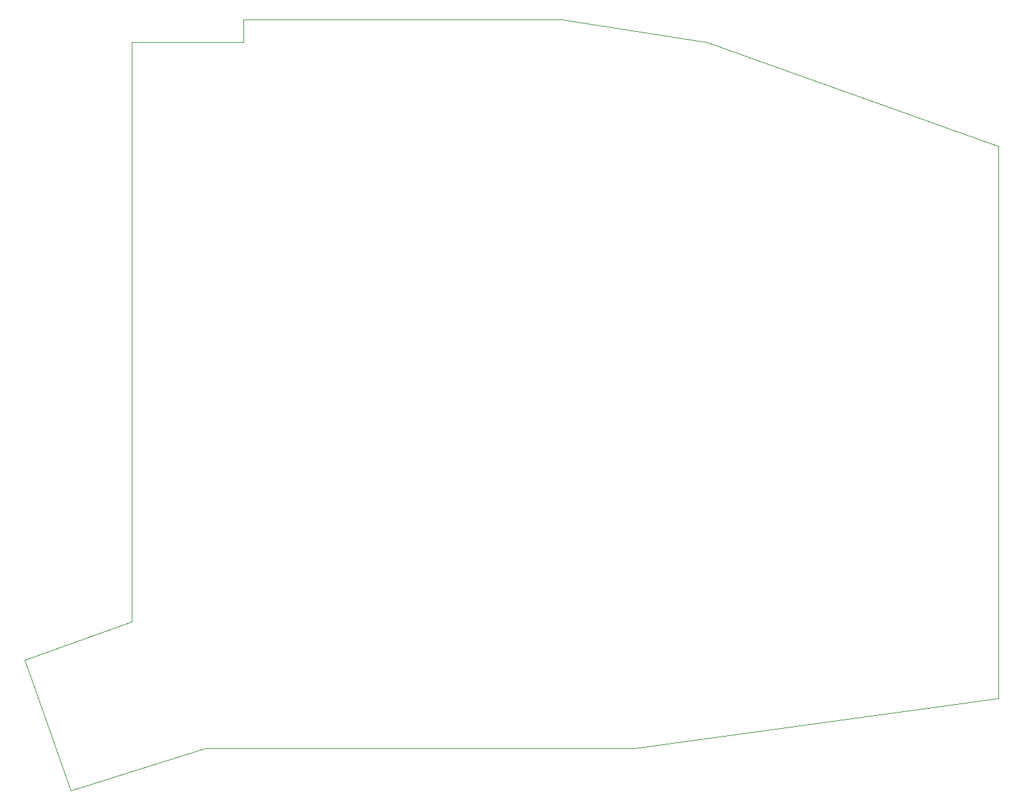
<source format=gbr>
%TF.GenerationSoftware,KiCad,Pcbnew,(6.0.10-0)*%
%TF.CreationDate,2023-01-25T23:07:09+08:00*%
%TF.ProjectId,V4,56342e6b-6963-4616-945f-706362585858,rev?*%
%TF.SameCoordinates,Original*%
%TF.FileFunction,Profile,NP*%
%FSLAX46Y46*%
G04 Gerber Fmt 4.6, Leading zero omitted, Abs format (unit mm)*
G04 Created by KiCad (PCBNEW (6.0.10-0)) date 2023-01-25 23:07:09*
%MOMM*%
%LPD*%
G01*
G04 APERTURE LIST*
%TA.AperFunction,Profile*%
%ADD10C,0.100000*%
%TD*%
G04 APERTURE END LIST*
D10*
X157500000Y-52000000D02*
X143000000Y-52000000D01*
X157500000Y-49000000D02*
X157500000Y-52000000D01*
X218000000Y-52000000D02*
X199000000Y-49000000D01*
X256000000Y-65500000D02*
X218000000Y-52000000D01*
X256000000Y-137500000D02*
X256000000Y-65500000D01*
X208500000Y-144000000D02*
X256000000Y-137500000D01*
X152500000Y-144000000D02*
X208500000Y-144000000D01*
X135000000Y-149500000D02*
X152500000Y-144000000D01*
X129000000Y-132500000D02*
X135000000Y-149500000D01*
X143000000Y-127500000D02*
X129000000Y-132500000D01*
X143000000Y-52000000D02*
X143000000Y-127500000D01*
X199000000Y-49000000D02*
X157500000Y-49000000D01*
M02*

</source>
